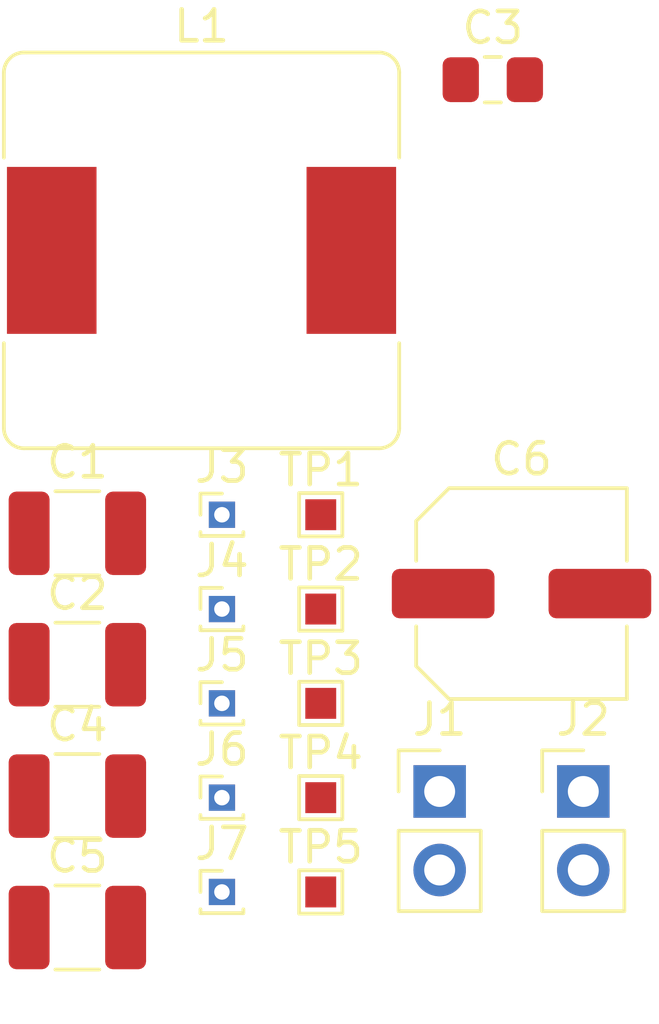
<source format=kicad_pcb>
(kicad_pcb (version 20240108) (generator "pcbnew") (generator_version "8.0")
  (layers (0 "F.Cu" signal) (31 "B.Cu" signal) (34 "B.Paste" user) (35 "F.Paste" user) (36 "B.SilkS" user "B.Silkscreen") (37 "F.SilkS" user "F.Silkscreen") (38 "B.Mask" user) (39 "F.Mask" user) (44 "Edge.Cuts" user))
  (net 0 "")
  (net 1 "VCC")
  (net 2 "GND")
  (net 3 "Net-(U1-SW)")
  (net 4 "Net-(U1-BST)")
  (net 5 "Net-(J2-Pin_2)")
  (net 6 "Net-(J4-Pin_1)")
  (footprint "Capacitor_SMD:C_Elec_6.3x7.7" (layer "F.Cu") (at 169 96.56)
    (property "Reference" "C6" (at 0 -4.35 0) (layer "F.SilkS"))
    (property "Value" "100uf")
    (fp_line (start -3.41 -2.345563) (end -3.41 -1.06) (stroke (width 0.12)) (layer "F.SilkS"))
    (fp_line (start -3.41 -2.345563) (end -2.345563 -3.41) (stroke (width 0.12)) (layer "F.SilkS"))
    (fp_line (start -3.41 2.345563) (end -3.41 1.06) (stroke (width 0.12)) (layer "F.SilkS"))
    (fp_line (start -3.41 2.345563) (end -2.345563 3.41) (stroke (width 0.12)) (layer "F.SilkS"))
    (fp_line (start -2.345563 -3.41) (end 3.41 -3.41) (stroke (width 0.12)) (layer "F.SilkS"))
    (fp_line (start -2.345563 3.41) (end 3.41 3.41) (stroke (width 0.12)) (layer "F.SilkS"))
    (fp_line (start 3.41 -3.41) (end 3.41 -1.06) (stroke (width 0.12)) (layer "F.SilkS"))
    (fp_line (start 3.41 3.41) (end 3.41 1.06) (stroke (width 0.12)) (layer "F.SilkS"))
    (pad "1" smd roundrect (at -2.5375 0) (size 3.325 1.6) (layers "F.Cu" "F.Paste" "F.Mask") (roundrect_rratio 0.15625) (net 1 "VCC"))
    (pad "2" smd roundrect (at 2.5375 0) (size 3.325 1.6) (layers "F.Cu" "F.Paste" "F.Mask") (roundrect_rratio 0.15625) (net 2 "GND"))
  )
  (footprint "Capacitor_SMD:C_1210_3225Metric_Pad1.33x2.70mm_HandSolder" (layer "F.Cu") (at 154.62 98.86)
    (property "Reference" "C2" (at 0 -2.3 0) (layer "F.SilkS"))
    (property "Value" "10uf")
    (fp_line (start -0.711252 -1.36) (end 0.711252 -1.36) (stroke (width 0.12)) (layer "F.SilkS"))
    (fp_line (start -0.711252 1.36) (end 0.711252 1.36) (stroke (width 0.12)) (layer "F.SilkS"))
    (pad "1" smd roundrect (at -1.5625 0) (size 1.325 2.7) (layers "F.Cu" "F.Paste" "F.Mask") (roundrect_rratio 0.188679) (net 1 "VCC"))
    (pad "2" smd roundrect (at 1.5625 0) (size 1.325 2.7) (layers "F.Cu" "F.Paste" "F.Mask") (roundrect_rratio 0.188679) (net 2 "GND"))
  )
  (footprint "Inductor_SMD:L_Bourns_SRR1260" (layer "F.Cu") (at 158.64 85.46)
    (property "Reference" "L1" (at 0 -7.25 0) (layer "F.SilkS"))
    (property "Value" "4.7uH")
    (fp_line (start -6.4 -5.75) (end -6.4 -3) (stroke (width 0.12)) (layer "F.SilkS"))
    (fp_line (start -6.4 3) (end -6.4 5.75) (stroke (width 0.12)) (layer "F.SilkS"))
    (fp_line (start -5.75 -6.4) (end 5.75 -6.4) (stroke (width 0.12)) (layer "F.SilkS"))
    (fp_line (start 5.75 6.4) (end -5.75 6.4) (stroke (width 0.12)) (layer "F.SilkS"))
    (fp_line (start 6.4 -5.75) (end 6.4 -3) (stroke (width 0.12)) (layer "F.SilkS"))
    (fp_line (start 6.4 3) (end 6.4 5.75) (stroke (width 0.12)) (layer "F.SilkS"))
    (fp_arc (start -6.4 -5.75) (mid -6.209619 -6.209619) (end -5.75 -6.4) (stroke (width 0.12)) (layer "F.SilkS"))
    (fp_arc (start -5.75 6.4) (mid -6.209619 6.209619) (end -6.4 5.75) (stroke (width 0.12)) (layer "F.SilkS"))
    (fp_arc (start 5.75 -6.4) (mid 6.209619 -6.209619) (end 6.4 -5.75) (stroke (width 0.12)) (layer "F.SilkS"))
    (fp_arc (start 6.4 5.75) (mid 6.209619 6.209619) (end 5.75 6.4) (stroke (width 0.12)) (layer "F.SilkS"))
    (pad "1" smd rect (at -4.85 0) (size 2.9 5.4) (layers "F.Cu" "F.Paste" "F.Mask") (net 3 "Net-(U1-SW)"))
    (pad "2" smd rect (at 4.85 0) (size 2.9 5.4) (layers "F.Cu" "F.Paste" "F.Mask") (net 5 "Net-(J2-Pin_2)"))
  )
  (footprint "TestPoint:TestPoint_Pad_1.0x1.0mm" (layer "F.Cu") (at 162.5 94.01)
    (property "Reference" "TP1" (at 0 -1.448 0) (layer "F.SilkS"))
    (property "Value" "VIN+")
    (fp_line (start -0.7 -0.7) (end 0.7 -0.7) (stroke (width 0.12)) (layer "F.SilkS"))
    (fp_line (start -0.7 0.7) (end -0.7 -0.7) (stroke (width 0.12)) (layer "F.SilkS"))
    (fp_line (start 0.7 -0.7) (end 0.7 0.7) (stroke (width 0.12)) (layer "F.SilkS"))
    (fp_line (start 0.7 0.7) (end -0.7 0.7) (stroke (width 0.12)) (layer "F.SilkS"))
    (pad "1" smd rect (at 0 0) (size 1 1) (layers "F.Cu" "F.Mask") (net 1 "VCC"))
  )
  (footprint "Connector_PinHeader_1.00mm:PinHeader_1x01_P1.00mm_Vertical" (layer "F.Cu") (at 159.3 100.11)
    (property "Reference" "J5" (at 0 -1.56 0) (layer "F.SilkS"))
    (property "Value" "VOUT+")
    (fp_line (start -0.695 -0.685) (end 0 -0.685) (stroke (width 0.12)) (layer "F.SilkS"))
    (fp_line (start -0.695 0) (end -0.695 -0.685) (stroke (width 0.12)) (layer "F.SilkS"))
    (fp_line (start -0.695 0.685) (end -0.695 0.56) (stroke (width 0.12)) (layer "F.SilkS"))
    (fp_line (start -0.695 0.685) (end -0.608276 0.685) (stroke (width 0.12)) (layer "F.SilkS"))
    (fp_line (start -0.695 0.685) (end 0.695 0.685) (stroke (width 0.12)) (layer "F.SilkS"))
    (fp_line (start 0.608276 0.685) (end 0.695 0.685) (stroke (width 0.12)) (layer "F.SilkS"))
    (fp_line (start 0.695 0.685) (end 0.695 0.56) (stroke (width 0.12)) (layer "F.SilkS"))
    (pad "1" thru_hole rect (at 0 0) (size 0.85 0.85) (drill 0.5) (layers "*.Cu" "*.Mask") (net 5 "Net-(J2-Pin_2)"))
  )
  (footprint "Capacitor_SMD:C_1210_3225Metric_Pad1.33x2.70mm_HandSolder" (layer "F.Cu") (at 154.62 107.36)
    (property "Reference" "C5" (at 0 -2.3 0) (layer "F.SilkS"))
    (property "Value" "22uf")
    (fp_line (start -0.711252 -1.36) (end 0.711252 -1.36) (stroke (width 0.12)) (layer "F.SilkS"))
    (fp_line (start -0.711252 1.36) (end 0.711252 1.36) (stroke (width 0.12)) (layer "F.SilkS"))
    (pad "1" smd roundrect (at -1.5625 0) (size 1.325 2.7) (layers "F.Cu" "F.Paste" "F.Mask") (roundrect_rratio 0.188679) (net 5 "Net-(J2-Pin_2)"))
    (pad "2" smd roundrect (at 1.5625 0) (size 1.325 2.7) (layers "F.Cu" "F.Paste" "F.Mask") (roundrect_rratio 0.188679) (net 2 "GND"))
  )
  (footprint "TestPoint:TestPoint_Pad_1.0x1.0mm" (layer "F.Cu") (at 162.5 97.06)
    (property "Reference" "TP2" (at 0 -1.448 0) (layer "F.SilkS"))
    (property "Value" "EN")
    (fp_line (start -0.7 -0.7) (end 0.7 -0.7) (stroke (width 0.12)) (layer "F.SilkS"))
    (fp_line (start -0.7 0.7) (end -0.7 -0.7) (stroke (width 0.12)) (layer "F.SilkS"))
    (fp_line (start 0.7 -0.7) (end 0.7 0.7) (stroke (width 0.12)) (layer "F.SilkS"))
    (fp_line (start 0.7 0.7) (end -0.7 0.7) (stroke (width 0.12)) (layer "F.SilkS"))
    (pad "1" smd rect (at 0 0) (size 1 1) (layers "F.Cu" "F.Mask") (net 6 "Net-(J4-Pin_1)"))
  )
  (footprint "Connector_PinHeader_1.00mm:PinHeader_1x01_P1.00mm_Vertical" (layer "F.Cu") (at 159.3 103.16)
    (property "Reference" "J6" (at 0 -1.56 0) (layer "F.SilkS"))
    (property "Value" "GND")
    (fp_line (start -0.695 -0.685) (end 0 -0.685) (stroke (width 0.12)) (layer "F.SilkS"))
    (fp_line (start -0.695 0) (end -0.695 -0.685) (stroke (width 0.12)) (layer "F.SilkS"))
    (fp_line (start -0.695 0.685) (end -0.695 0.56) (stroke (width 0.12)) (layer "F.SilkS"))
    (fp_line (start -0.695 0.685) (end -0.608276 0.685) (stroke (width 0.12)) (layer "F.SilkS"))
    (fp_line (start -0.695 0.685) (end 0.695 0.685) (stroke (width 0.12)) (layer "F.SilkS"))
    (fp_line (start 0.608276 0.685) (end 0.695 0.685) (stroke (width 0.12)) (layer "F.SilkS"))
    (fp_line (start 0.695 0.685) (end 0.695 0.56) (stroke (width 0.12)) (layer "F.SilkS"))
    (pad "1" thru_hole rect (at 0 0) (size 0.85 0.85) (drill 0.5) (layers "*.Cu" "*.Mask") (net 2 "GND"))
  )
  (footprint "Connector_PinHeader_2.54mm:PinHeader_1x02_P2.54mm_Vertical" (layer "F.Cu") (at 166.35 102.96)
    (property "Reference" "J1" (at 0 -2.33 0) (layer "F.SilkS"))
    (property "Value" "VIN")
    (fp_line (start -1.33 -1.33) (end 0 -1.33) (stroke (width 0.12)) (layer "F.SilkS"))
    (fp_line (start -1.33 0) (end -1.33 -1.33) (stroke (width 0.12)) (layer "F.SilkS"))
    (fp_line (start -1.33 1.27) (end -1.33 3.87) (stroke (width 0.12)) (layer "F.SilkS"))
    (fp_line (start -1.33 1.27) (end 1.33 1.27) (stroke (width 0.12)) (layer "F.SilkS"))
    (fp_line (start -1.33 3.87) (end 1.33 3.87) (stroke (width 0.12)) (layer "F.SilkS"))
    (fp_line (start 1.33 1.27) (end 1.33 3.87) (stroke (width 0.12)) (layer "F.SilkS"))
    (pad "1" thru_hole rect (at 0 0) (size 1.7 1.7) (drill 1) (layers "*.Cu" "*.Mask") (net 1 "VCC"))
    (pad "2" thru_hole oval (at 0 2.54) (size 1.7 1.7) (drill 1) (layers "*.Cu" "*.Mask") (net 2 "GND"))
  )
  (footprint "Connector_PinHeader_1.00mm:PinHeader_1x01_P1.00mm_Vertical" (layer "F.Cu") (at 159.3 94.01)
    (property "Reference" "J3" (at 0 -1.56 0) (layer "F.SilkS"))
    (property "Value" "VIN+")
    (fp_line (start -0.695 -0.685) (end 0 -0.685) (stroke (width 0.12)) (layer "F.SilkS"))
    (fp_line (start -0.695 0) (end -0.695 -0.685) (stroke (width 0.12)) (layer "F.SilkS"))
    (fp_line (start -0.695 0.685) (end -0.695 0.56) (stroke (width 0.12)) (layer "F.SilkS"))
    (fp_line (start -0.695 0.685) (end -0.608276 0.685) (stroke (width 0.12)) (layer "F.SilkS"))
    (fp_line (start -0.695 0.685) (end 0.695 0.685) (stroke (width 0.12)) (layer "F.SilkS"))
    (fp_line (start 0.608276 0.685) (end 0.695 0.685) (stroke (width 0.12)) (layer "F.SilkS"))
    (fp_line (start 0.695 0.685) (end 0.695 0.56) (stroke (width 0.12)) (layer "F.SilkS"))
    (pad "1" thru_hole rect (at 0 0) (size 0.85 0.85) (drill 0.5) (layers "*.Cu" "*.Mask") (net 1 "VCC"))
  )
  (footprint "Capacitor_SMD:C_1210_3225Metric_Pad1.33x2.70mm_HandSolder" (layer "F.Cu") (at 154.62 94.61)
    (property "Reference" "C1" (at 0 -2.3 0) (layer "F.SilkS"))
    (property "Value" "10uf")
    (fp_line (start -0.711252 -1.36) (end 0.711252 -1.36) (stroke (width 0.12)) (layer "F.SilkS"))
    (fp_line (start -0.711252 1.36) (end 0.711252 1.36) (stroke (width 0.12)) (layer "F.SilkS"))
    (pad "1" smd roundrect (at -1.5625 0) (size 1.325 2.7) (layers "F.Cu" "F.Paste" "F.Mask") (roundrect_rratio 0.188679) (net 1 "VCC"))
    (pad "2" smd roundrect (at 1.5625 0) (size 1.325 2.7) (layers "F.Cu" "F.Paste" "F.Mask") (roundrect_rratio 0.188679) (net 2 "GND"))
  )
  (footprint "Capacitor_SMD:C_0805_2012Metric_Pad1.18x1.45mm_HandSolder" (layer "F.Cu") (at 168.07 79.94)
    (property "Reference" "C3" (at 0 -1.68 0) (layer "F.SilkS"))
    (property "Value" "100nf")
    (fp_line (start -0.261252 -0.735) (end 0.261252 -0.735) (stroke (width 0.12)) (layer "F.SilkS"))
    (fp_line (start -0.261252 0.735) (end 0.261252 0.735) (stroke (width 0.12)) (layer "F.SilkS"))
    (pad "1" smd roundrect (at -1.0375 0) (size 1.175 1.45) (layers "F.Cu" "F.Paste" "F.Mask") (roundrect_rratio 0.212766) (net 4 "Net-(U1-BST)"))
    (pad "2" smd roundrect (at 1.0375 0) (size 1.175 1.45) (layers "F.Cu" "F.Paste" "F.Mask") (roundrect_rratio 0.212766) (net 3 "Net-(U1-SW)"))
  )
  (footprint "Connector_PinHeader_1.00mm:PinHeader_1x01_P1.00mm_Vertical" (layer "F.Cu") (at 159.3 106.21)
    (property "Reference" "J7" (at 0 -1.56 0) (layer "F.SilkS"))
    (property "Value" "GND")
    (fp_line (start -0.695 -0.685) (end 0 -0.685) (stroke (width 0.12)) (layer "F.SilkS"))
    (fp_line (start -0.695 0) (end -0.695 -0.685) (stroke (width 0.12)) (layer "F.SilkS"))
    (fp_line (start -0.695 0.685) (end -0.695 0.56) (stroke (width 0.12)) (layer "F.SilkS"))
    (fp_line (start -0.695 0.685) (end -0.608276 0.685) (stroke (width 0.12)) (layer "F.SilkS"))
    (fp_line (start -0.695 0.685) (end 0.695 0.685) (stroke (width 0.12)) (layer "F.SilkS"))
    (fp_line (start 0.608276 0.685) (end 0.695 0.685) (stroke (width 0.12)) (layer "F.SilkS"))
    (fp_line (start 0.695 0.685) (end 0.695 0.56) (stroke (width 0.12)) (layer "F.SilkS"))
    (pad "1" thru_hole rect (at 0 0) (size 0.85 0.85) (drill 0.5) (layers "*.Cu" "*.Mask") (net 2 "GND"))
  )
  (footprint "TestPoint:TestPoint_Pad_1.0x1.0mm" (layer "F.Cu") (at 162.5 106.21)
    (property "Reference" "TP5" (at 0 -1.448 0) (layer "F.SilkS"))
    (property "Value" "GND")
    (fp_line (start -0.7 -0.7) (end 0.7 -0.7) (stroke (width 0.12)) (layer "F.SilkS"))
    (fp_line (start -0.7 0.7) (end -0.7 -0.7) (stroke (width 0.12)) (layer "F.SilkS"))
    (fp_line (start 0.7 -0.7) (end 0.7 0.7) (stroke (width 0.12)) (layer "F.SilkS"))
    (fp_line (start 0.7 0.7) (end -0.7 0.7) (stroke (width 0.12)) (layer "F.SilkS"))
    (pad "1" smd rect (at 0 0) (size 1 1) (layers "F.Cu" "F.Mask") (net 2 "GND"))
  )
  (footprint "TestPoint:TestPoint_Pad_1.0x1.0mm" (layer "F.Cu") (at 162.5 103.16)
    (property "Reference" "TP4" (at 0 -1.448 0) (layer "F.SilkS"))
    (property "Value" "GND")
    (fp_line (start -0.7 -0.7) (end 0.7 -0.7) (stroke (width 0.12)) (layer "F.SilkS"))
    (fp_line (start -0.7 0.7) (end -0.7 -0.7) (stroke (width 0.12)) (layer "F.SilkS"))
    (fp_line (start 0.7 -0.7) (end 0.7 0.7) (stroke (width 0.12)) (layer "F.SilkS"))
    (fp_line (start 0.7 0.7) (end -0.7 0.7) (stroke (width 0.12)) (layer "F.SilkS"))
    (pad "1" smd rect (at 0 0) (size 1 1) (layers "F.Cu" "F.Mask") (net 2 "GND"))
  )
  (footprint "Connector_PinHeader_1.00mm:PinHeader_1x01_P1.00mm_Vertical" (layer "F.Cu") (at 159.3 97.06)
    (property "Reference" "J4" (at 0 -1.56 0) (layer "F.SilkS"))
    (property "Value" "EN")
    (fp_line (start -0.695 -0.685) (end 0 -0.685) (stroke (width 0.12)) (layer "F.SilkS"))
    (fp_line (start -0.695 0) (end -0.695 -0.685) (stroke (width 0.12)) (layer "F.SilkS"))
    (fp_line (start -0.695 0.685) (end -0.695 0.56) (stroke (width 0.12)) (layer "F.SilkS"))
    (fp_line (start -0.695 0.685) (end -0.608276 0.685) (stroke (width 0.12)) (layer "F.SilkS"))
    (fp_line (start -0.695 0.685) (end 0.695 0.685) (stroke (width 0.12)) (layer "F.SilkS"))
    (fp_line (start 0.608276 0.685) (end 0.695 0.685) (stroke (width 0.12)) (layer "F.SilkS"))
    (fp_line (start 0.695 0.685) (end 0.695 0.56) (stroke (width 0.12)) (layer "F.SilkS"))
    (pad "1" thru_hole rect (at 0 0) (size 0.85 0.85) (drill 0.5) (layers "*.Cu" "*.Mask") (net 6 "Net-(J4-Pin_1)"))
  )
  (footprint "Capacitor_SMD:C_1210_3225Metric_Pad1.33x2.70mm_HandSolder" (layer "F.Cu") (at 154.62 103.11)
    (property "Reference" "C4" (at 0 -2.3 0) (layer "F.SilkS"))
    (property "Value" "22uf")
    (fp_line (start -0.711252 -1.36) (end 0.711252 -1.36) (stroke (width 0.12)) (layer "F.SilkS"))
    (fp_line (start -0.711252 1.36) (end 0.711252 1.36) (stroke (width 0.12)) (layer "F.SilkS"))
    (pad "1" smd roundrect (at -1.5625 0) (size 1.325 2.7) (layers "F.Cu" "F.Paste" "F.Mask") (roundrect_rratio 0.188679) (net 5 "Net-(J2-Pin_2)"))
    (pad "2" smd roundrect (at 1.5625 0) (size 1.325 2.7) (layers "F.Cu" "F.Paste" "F.Mask") (roundrect_rratio 0.188679) (net 2 "GND"))
  )
  (footprint "TestPoint:TestPoint_Pad_1.0x1.0mm" (layer "F.Cu") (at 162.5 100.11)
    (property "Reference" "TP3" (at 0 -1.448 0) (layer "F.SilkS"))
    (property "Value" "VOUT+")
    (fp_line (start -0.7 -0.7) (end 0.7 -0.7) (stroke (width 0.12)) (layer "F.SilkS"))
    (fp_line (start -0.7 0.7) (end -0.7 -0.7) (stroke (width 0.12)) (layer "F.SilkS"))
    (fp_line (start 0.7 -0.7) (end 0.7 0.7) (stroke (width 0.12)) (layer "F.SilkS"))
    (fp_line (start 0.7 0.7) (end -0.7 0.7) (stroke (width 0.12)) (layer "F.SilkS"))
    (pad "1" smd rect (at 0 0) (size 1 1) (layers "F.Cu" "F.Mask") (net 5 "Net-(J2-Pin_2)"))
  )
  (footprint "Connector_PinHeader_2.54mm:PinHeader_1x02_P2.54mm_Vertical" (layer "F.Cu") (at 171 102.96)
    (property "Reference" "J2" (at 0 -2.33 0) (layer "F.SilkS"))
    (property "Value" "VOUT")
    (fp_line (start -1.33 -1.33) (end 0 -1.33) (stroke (width 0.12)) (layer "F.SilkS"))
    (fp_line (start -1.33 0) (end -1.33 -1.33) (stroke (width 0.12)) (layer "F.SilkS"))
    (fp_line (start -1.33 1.27) (end -1.33 3.87) (stroke (width 0.12)) (layer "F.SilkS"))
    (fp_line (start -1.33 1.27) (end 1.33 1.27) (stroke (width 0.12)) (layer "F.SilkS"))
    (fp_line (start -1.33 3.87) (end 1.33 3.87) (stroke (width 0.12)) (layer "F.SilkS"))
    (fp_line (start 1.33 1.27) (end 1.33 3.87) (stroke (width 0.12)) (layer "F.SilkS"))
    (pad "1" thru_hole rect (at 0 0) (size 1.7 1.7) (drill 1) (layers "*.Cu" "*.Mask") (net 2 "GND"))
    (pad "2" thru_hole oval (at 0 2.54) (size 1.7 1.7) (drill 1) (layers "*.Cu" "*.Mask") (net 5 "Net-(J2-Pin_2)"))
  )
)
</source>
